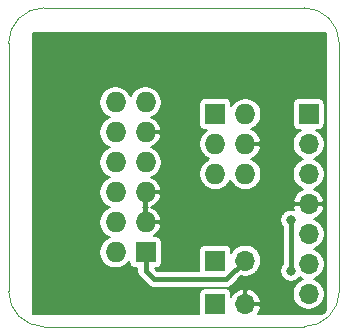
<source format=gbr>
G04 #@! TF.GenerationSoftware,KiCad,Pcbnew,5.1.5+dfsg1-2build2*
G04 #@! TF.CreationDate,2020-07-23T00:46:52+04:00*
G04 #@! TF.ProjectId,RailLink_Elsys_Adapter,5261696c-4c69-46e6-9b5f-456c7379735f,rev?*
G04 #@! TF.SameCoordinates,Original*
G04 #@! TF.FileFunction,Copper,L2,Bot*
G04 #@! TF.FilePolarity,Positive*
%FSLAX46Y46*%
G04 Gerber Fmt 4.6, Leading zero omitted, Abs format (unit mm)*
G04 Created by KiCad (PCBNEW 5.1.5+dfsg1-2build2) date 2020-07-23 00:46:52*
%MOMM*%
%LPD*%
G04 APERTURE LIST*
%ADD10C,0.050000*%
%ADD11O,1.700000X1.700000*%
%ADD12R,1.700000X1.700000*%
%ADD13R,1.727200X1.727200*%
%ADD14O,1.727200X1.727200*%
%ADD15C,1.000000*%
%ADD16C,0.800000*%
%ADD17C,0.400000*%
%ADD18C,0.200000*%
G04 APERTURE END LIST*
D10*
X125000000Y-82000000D02*
G75*
G02X122000000Y-79000000I0J3000000D01*
G01*
X150000000Y-79000000D02*
G75*
G02X147000000Y-82000000I-3000000J0D01*
G01*
X147000000Y-55000000D02*
G75*
G02X150000000Y-58000000I0J-3000000D01*
G01*
X122000000Y-58000000D02*
G75*
G02X125000000Y-55000000I3000000J0D01*
G01*
X122000000Y-79000000D02*
X122000000Y-58000000D01*
X147000000Y-82000000D02*
X125000000Y-82000000D01*
X150000000Y-58000000D02*
X150000000Y-79000000D01*
X125000000Y-55000000D02*
X147000000Y-55000000D01*
D11*
X142040000Y-76400000D03*
D12*
X139500000Y-76400000D03*
D11*
X147400000Y-79240000D03*
X147400000Y-76700000D03*
X147400000Y-74160000D03*
X147400000Y-71620000D03*
X147400000Y-69080000D03*
X147400000Y-66540000D03*
D12*
X147400000Y-64000000D03*
D11*
X142040000Y-80100000D03*
D12*
X139500000Y-80100000D03*
D13*
X133600000Y-75700000D03*
D14*
X131060000Y-75700000D03*
X133600000Y-73160000D03*
X131060000Y-73160000D03*
X133600000Y-70620000D03*
X131060000Y-70620000D03*
X133600000Y-68080000D03*
X131060000Y-68080000D03*
X133600000Y-65540000D03*
X131060000Y-65540000D03*
X133600000Y-63000000D03*
X131060000Y-63000000D03*
X142040000Y-69080000D03*
X139500000Y-69080000D03*
X142040000Y-66540000D03*
X139500000Y-66540000D03*
X142040000Y-64000000D03*
D13*
X139500000Y-64000000D03*
D15*
X125000000Y-60000000D03*
X125000000Y-65000000D03*
X125000000Y-70000000D03*
X125000000Y-75000000D03*
X125000000Y-80000000D03*
X130000000Y-60000000D03*
X135000000Y-60000000D03*
X140000000Y-60000000D03*
X145000000Y-60000000D03*
X136000000Y-65600000D03*
X136000000Y-69500000D03*
X140500000Y-71000000D03*
X137500000Y-79500000D03*
X132500000Y-79500000D03*
X130500000Y-77500000D03*
X136000000Y-73000000D03*
X136000000Y-76500000D03*
X141500000Y-74500000D03*
X143500000Y-74500000D03*
X143500000Y-68000000D03*
X144000000Y-80000000D03*
X145500000Y-79500000D03*
D16*
X145900000Y-77300000D03*
X145900000Y-73000000D03*
D17*
X133600000Y-75700000D02*
X133600000Y-77300000D01*
X133600000Y-77300000D02*
X134300000Y-78000000D01*
X140440000Y-78000000D02*
X142040000Y-76400000D01*
X134300000Y-78000000D02*
X140440000Y-78000000D01*
X131060000Y-75700000D02*
X131060000Y-76160000D01*
X145900000Y-77300000D02*
X145900000Y-73000000D01*
D18*
G36*
X148900000Y-80563674D02*
G01*
X148754399Y-80742198D01*
X148563649Y-80900000D01*
X143125703Y-80900000D01*
X143135655Y-80888701D01*
X143268470Y-80659795D01*
X143354076Y-80409376D01*
X143261295Y-80200000D01*
X142140000Y-80200000D01*
X142140000Y-80220000D01*
X141940000Y-80220000D01*
X141940000Y-80200000D01*
X141920000Y-80200000D01*
X141920000Y-80000000D01*
X141940000Y-80000000D01*
X141940000Y-78879088D01*
X142140000Y-78879088D01*
X142140000Y-80000000D01*
X143261295Y-80000000D01*
X143354076Y-79790624D01*
X143268470Y-79540205D01*
X143135655Y-79311299D01*
X142960734Y-79112702D01*
X142750430Y-78952046D01*
X142512825Y-78835506D01*
X142349375Y-78785928D01*
X142140000Y-78879088D01*
X141940000Y-78879088D01*
X141730625Y-78785928D01*
X141567175Y-78835506D01*
X141329570Y-78952046D01*
X141119266Y-79112702D01*
X140944345Y-79311299D01*
X140852419Y-79469733D01*
X140852419Y-79250000D01*
X140842765Y-79151983D01*
X140814175Y-79057733D01*
X140767746Y-78970871D01*
X140705264Y-78894736D01*
X140629129Y-78832254D01*
X140542267Y-78785825D01*
X140448017Y-78757235D01*
X140350000Y-78747581D01*
X138650000Y-78747581D01*
X138551983Y-78757235D01*
X138457733Y-78785825D01*
X138370871Y-78832254D01*
X138294736Y-78894736D01*
X138232254Y-78970871D01*
X138185825Y-79057733D01*
X138157235Y-79151983D01*
X138147581Y-79250000D01*
X138147581Y-80900000D01*
X124100000Y-80900000D01*
X124100000Y-62865697D01*
X129696400Y-62865697D01*
X129696400Y-63134303D01*
X129748802Y-63397747D01*
X129851593Y-63645907D01*
X130000823Y-63869244D01*
X130190756Y-64059177D01*
X130414093Y-64208407D01*
X130562792Y-64270000D01*
X130414093Y-64331593D01*
X130190756Y-64480823D01*
X130000823Y-64670756D01*
X129851593Y-64894093D01*
X129748802Y-65142253D01*
X129696400Y-65405697D01*
X129696400Y-65674303D01*
X129748802Y-65937747D01*
X129851593Y-66185907D01*
X130000823Y-66409244D01*
X130190756Y-66599177D01*
X130414093Y-66748407D01*
X130562792Y-66810000D01*
X130414093Y-66871593D01*
X130190756Y-67020823D01*
X130000823Y-67210756D01*
X129851593Y-67434093D01*
X129748802Y-67682253D01*
X129696400Y-67945697D01*
X129696400Y-68214303D01*
X129748802Y-68477747D01*
X129851593Y-68725907D01*
X130000823Y-68949244D01*
X130190756Y-69139177D01*
X130414093Y-69288407D01*
X130562792Y-69350000D01*
X130414093Y-69411593D01*
X130190756Y-69560823D01*
X130000823Y-69750756D01*
X129851593Y-69974093D01*
X129748802Y-70222253D01*
X129696400Y-70485697D01*
X129696400Y-70754303D01*
X129748802Y-71017747D01*
X129851593Y-71265907D01*
X130000823Y-71489244D01*
X130190756Y-71679177D01*
X130414093Y-71828407D01*
X130562792Y-71890000D01*
X130414093Y-71951593D01*
X130190756Y-72100823D01*
X130000823Y-72290756D01*
X129851593Y-72514093D01*
X129748802Y-72762253D01*
X129696400Y-73025697D01*
X129696400Y-73294303D01*
X129748802Y-73557747D01*
X129851593Y-73805907D01*
X130000823Y-74029244D01*
X130190756Y-74219177D01*
X130414093Y-74368407D01*
X130562792Y-74430000D01*
X130414093Y-74491593D01*
X130190756Y-74640823D01*
X130000823Y-74830756D01*
X129851593Y-75054093D01*
X129748802Y-75302253D01*
X129696400Y-75565697D01*
X129696400Y-75834303D01*
X129748802Y-76097747D01*
X129851593Y-76345907D01*
X130000823Y-76569244D01*
X130190756Y-76759177D01*
X130414093Y-76908407D01*
X130662253Y-77011198D01*
X130925697Y-77063600D01*
X131194303Y-77063600D01*
X131457747Y-77011198D01*
X131705907Y-76908407D01*
X131929244Y-76759177D01*
X132119177Y-76569244D01*
X132233981Y-76397429D01*
X132233981Y-76563600D01*
X132243635Y-76661617D01*
X132272225Y-76755867D01*
X132318654Y-76842729D01*
X132381136Y-76918864D01*
X132457271Y-76981346D01*
X132544133Y-77027775D01*
X132638383Y-77056365D01*
X132736400Y-77066019D01*
X132900001Y-77066019D01*
X132900001Y-77265603D01*
X132896613Y-77300000D01*
X132910129Y-77437223D01*
X132950155Y-77569174D01*
X133015155Y-77690781D01*
X133080708Y-77770657D01*
X133102631Y-77797370D01*
X133129342Y-77819291D01*
X133780704Y-78470653D01*
X133802630Y-78497370D01*
X133909219Y-78584845D01*
X134030825Y-78649845D01*
X134162776Y-78689872D01*
X134265610Y-78700000D01*
X134265612Y-78700000D01*
X134299999Y-78703387D01*
X134334386Y-78700000D01*
X140405613Y-78700000D01*
X140440000Y-78703387D01*
X140474387Y-78700000D01*
X140474390Y-78700000D01*
X140577224Y-78689872D01*
X140709175Y-78649845D01*
X140830781Y-78584845D01*
X140937370Y-78497370D01*
X140959296Y-78470653D01*
X141717626Y-77712324D01*
X141907037Y-77750000D01*
X142172963Y-77750000D01*
X142433780Y-77698120D01*
X142679465Y-77596354D01*
X142900575Y-77448613D01*
X143088613Y-77260575D01*
X143236354Y-77039465D01*
X143338120Y-76793780D01*
X143390000Y-76532963D01*
X143390000Y-76267037D01*
X143338120Y-76006220D01*
X143236354Y-75760535D01*
X143088613Y-75539425D01*
X142900575Y-75351387D01*
X142679465Y-75203646D01*
X142433780Y-75101880D01*
X142172963Y-75050000D01*
X141907037Y-75050000D01*
X141646220Y-75101880D01*
X141400535Y-75203646D01*
X141179425Y-75351387D01*
X140991387Y-75539425D01*
X140852419Y-75747405D01*
X140852419Y-75550000D01*
X140842765Y-75451983D01*
X140814175Y-75357733D01*
X140767746Y-75270871D01*
X140705264Y-75194736D01*
X140629129Y-75132254D01*
X140542267Y-75085825D01*
X140448017Y-75057235D01*
X140350000Y-75047581D01*
X138650000Y-75047581D01*
X138551983Y-75057235D01*
X138457733Y-75085825D01*
X138370871Y-75132254D01*
X138294736Y-75194736D01*
X138232254Y-75270871D01*
X138185825Y-75357733D01*
X138157235Y-75451983D01*
X138147581Y-75550000D01*
X138147581Y-77250000D01*
X138152506Y-77300000D01*
X134589949Y-77300000D01*
X134355968Y-77066019D01*
X134463600Y-77066019D01*
X134561617Y-77056365D01*
X134655867Y-77027775D01*
X134742729Y-76981346D01*
X134818864Y-76918864D01*
X134881346Y-76842729D01*
X134927775Y-76755867D01*
X134956365Y-76661617D01*
X134966019Y-76563600D01*
X134966019Y-74836400D01*
X134956365Y-74738383D01*
X134927775Y-74644133D01*
X134881346Y-74557271D01*
X134818864Y-74481136D01*
X134742729Y-74418654D01*
X134655867Y-74372225D01*
X134561617Y-74343635D01*
X134463600Y-74333981D01*
X134280677Y-74333981D01*
X134395827Y-74267283D01*
X134596556Y-74090749D01*
X134758988Y-73878446D01*
X134876880Y-73638534D01*
X134927542Y-73471508D01*
X134834557Y-73260000D01*
X133700000Y-73260000D01*
X133700000Y-73280000D01*
X133500000Y-73280000D01*
X133500000Y-73260000D01*
X133480000Y-73260000D01*
X133480000Y-73060000D01*
X133500000Y-73060000D01*
X133500000Y-71925068D01*
X133419913Y-71890000D01*
X133500000Y-71854932D01*
X133500000Y-70720000D01*
X133700000Y-70720000D01*
X133700000Y-71854932D01*
X133780087Y-71890000D01*
X133700000Y-71925068D01*
X133700000Y-73060000D01*
X134834557Y-73060000D01*
X134899904Y-72911358D01*
X145000000Y-72911358D01*
X145000000Y-73088642D01*
X145034586Y-73262520D01*
X145102430Y-73426310D01*
X145200001Y-73572335D01*
X145200000Y-76727666D01*
X145102430Y-76873690D01*
X145034586Y-77037480D01*
X145000000Y-77211358D01*
X145000000Y-77388642D01*
X145034586Y-77562520D01*
X145102430Y-77726310D01*
X145200924Y-77873717D01*
X145326283Y-77999076D01*
X145473690Y-78097570D01*
X145637480Y-78165414D01*
X145811358Y-78200000D01*
X145988642Y-78200000D01*
X146162520Y-78165414D01*
X146326310Y-78097570D01*
X146473717Y-77999076D01*
X146599076Y-77873717D01*
X146638455Y-77814783D01*
X146760535Y-77896354D01*
X146938332Y-77970000D01*
X146760535Y-78043646D01*
X146539425Y-78191387D01*
X146351387Y-78379425D01*
X146203646Y-78600535D01*
X146101880Y-78846220D01*
X146050000Y-79107037D01*
X146050000Y-79372963D01*
X146101880Y-79633780D01*
X146203646Y-79879465D01*
X146351387Y-80100575D01*
X146539425Y-80288613D01*
X146760535Y-80436354D01*
X147006220Y-80538120D01*
X147267037Y-80590000D01*
X147532963Y-80590000D01*
X147793780Y-80538120D01*
X148039465Y-80436354D01*
X148260575Y-80288613D01*
X148448613Y-80100575D01*
X148596354Y-79879465D01*
X148698120Y-79633780D01*
X148750000Y-79372963D01*
X148750000Y-79107037D01*
X148698120Y-78846220D01*
X148596354Y-78600535D01*
X148448613Y-78379425D01*
X148260575Y-78191387D01*
X148039465Y-78043646D01*
X147861668Y-77970000D01*
X148039465Y-77896354D01*
X148260575Y-77748613D01*
X148448613Y-77560575D01*
X148596354Y-77339465D01*
X148698120Y-77093780D01*
X148750000Y-76832963D01*
X148750000Y-76567037D01*
X148698120Y-76306220D01*
X148596354Y-76060535D01*
X148448613Y-75839425D01*
X148260575Y-75651387D01*
X148039465Y-75503646D01*
X147861668Y-75430000D01*
X148039465Y-75356354D01*
X148260575Y-75208613D01*
X148448613Y-75020575D01*
X148596354Y-74799465D01*
X148698120Y-74553780D01*
X148750000Y-74292963D01*
X148750000Y-74027037D01*
X148698120Y-73766220D01*
X148596354Y-73520535D01*
X148448613Y-73299425D01*
X148260575Y-73111387D01*
X148039465Y-72963646D01*
X147851106Y-72885625D01*
X147959795Y-72848470D01*
X148188701Y-72715655D01*
X148387298Y-72540734D01*
X148547954Y-72330430D01*
X148664494Y-72092825D01*
X148714072Y-71929375D01*
X148620912Y-71720000D01*
X147500000Y-71720000D01*
X147500000Y-71740000D01*
X147300000Y-71740000D01*
X147300000Y-71720000D01*
X146179088Y-71720000D01*
X146085928Y-71929375D01*
X146135506Y-72092825D01*
X146155283Y-72133146D01*
X145988642Y-72100000D01*
X145811358Y-72100000D01*
X145637480Y-72134586D01*
X145473690Y-72202430D01*
X145326283Y-72300924D01*
X145200924Y-72426283D01*
X145102430Y-72573690D01*
X145034586Y-72737480D01*
X145000000Y-72911358D01*
X134899904Y-72911358D01*
X134927542Y-72848492D01*
X134876880Y-72681466D01*
X134758988Y-72441554D01*
X134596556Y-72229251D01*
X134395827Y-72052717D01*
X134164515Y-71918735D01*
X134080254Y-71890000D01*
X134164515Y-71861265D01*
X134395827Y-71727283D01*
X134596556Y-71550749D01*
X134758988Y-71338446D01*
X134876880Y-71098534D01*
X134927542Y-70931508D01*
X134834557Y-70720000D01*
X133700000Y-70720000D01*
X133500000Y-70720000D01*
X133480000Y-70720000D01*
X133480000Y-70520000D01*
X133500000Y-70520000D01*
X133500000Y-70500000D01*
X133700000Y-70500000D01*
X133700000Y-70520000D01*
X134834557Y-70520000D01*
X134927542Y-70308492D01*
X134876880Y-70141466D01*
X134758988Y-69901554D01*
X134596556Y-69689251D01*
X134395827Y-69512717D01*
X134164515Y-69378735D01*
X134089552Y-69353171D01*
X134245907Y-69288407D01*
X134469244Y-69139177D01*
X134659177Y-68949244D01*
X134808407Y-68725907D01*
X134911198Y-68477747D01*
X134963600Y-68214303D01*
X134963600Y-67945697D01*
X134911198Y-67682253D01*
X134808407Y-67434093D01*
X134659177Y-67210756D01*
X134469244Y-67020823D01*
X134245907Y-66871593D01*
X134089552Y-66806829D01*
X134164515Y-66781265D01*
X134395827Y-66647283D01*
X134596556Y-66470749D01*
X134758988Y-66258446D01*
X134876880Y-66018534D01*
X134927542Y-65851508D01*
X134834557Y-65640000D01*
X133700000Y-65640000D01*
X133700000Y-65660000D01*
X133500000Y-65660000D01*
X133500000Y-65640000D01*
X133480000Y-65640000D01*
X133480000Y-65440000D01*
X133500000Y-65440000D01*
X133500000Y-65420000D01*
X133700000Y-65420000D01*
X133700000Y-65440000D01*
X134834557Y-65440000D01*
X134927542Y-65228492D01*
X134876880Y-65061466D01*
X134758988Y-64821554D01*
X134596556Y-64609251D01*
X134395827Y-64432717D01*
X134164515Y-64298735D01*
X134089552Y-64273171D01*
X134245907Y-64208407D01*
X134469244Y-64059177D01*
X134659177Y-63869244D01*
X134808407Y-63645907D01*
X134911198Y-63397747D01*
X134963182Y-63136400D01*
X138133981Y-63136400D01*
X138133981Y-64863600D01*
X138143635Y-64961617D01*
X138172225Y-65055867D01*
X138218654Y-65142729D01*
X138281136Y-65218864D01*
X138357271Y-65281346D01*
X138444133Y-65327775D01*
X138538383Y-65356365D01*
X138636400Y-65366019D01*
X138802571Y-65366019D01*
X138630756Y-65480823D01*
X138440823Y-65670756D01*
X138291593Y-65894093D01*
X138188802Y-66142253D01*
X138136400Y-66405697D01*
X138136400Y-66674303D01*
X138188802Y-66937747D01*
X138291593Y-67185907D01*
X138440823Y-67409244D01*
X138630756Y-67599177D01*
X138854093Y-67748407D01*
X139002792Y-67810000D01*
X138854093Y-67871593D01*
X138630756Y-68020823D01*
X138440823Y-68210756D01*
X138291593Y-68434093D01*
X138188802Y-68682253D01*
X138136400Y-68945697D01*
X138136400Y-69214303D01*
X138188802Y-69477747D01*
X138291593Y-69725907D01*
X138440823Y-69949244D01*
X138630756Y-70139177D01*
X138854093Y-70288407D01*
X139102253Y-70391198D01*
X139365697Y-70443600D01*
X139634303Y-70443600D01*
X139897747Y-70391198D01*
X140145907Y-70288407D01*
X140369244Y-70139177D01*
X140559177Y-69949244D01*
X140708407Y-69725907D01*
X140770000Y-69577208D01*
X140831593Y-69725907D01*
X140980823Y-69949244D01*
X141170756Y-70139177D01*
X141394093Y-70288407D01*
X141642253Y-70391198D01*
X141905697Y-70443600D01*
X142174303Y-70443600D01*
X142437747Y-70391198D01*
X142685907Y-70288407D01*
X142909244Y-70139177D01*
X143099177Y-69949244D01*
X143248407Y-69725907D01*
X143351198Y-69477747D01*
X143403600Y-69214303D01*
X143403600Y-68945697D01*
X143351198Y-68682253D01*
X143248407Y-68434093D01*
X143099177Y-68210756D01*
X142909244Y-68020823D01*
X142685907Y-67871593D01*
X142529552Y-67806829D01*
X142604515Y-67781265D01*
X142835827Y-67647283D01*
X143036556Y-67470749D01*
X143198988Y-67258446D01*
X143316880Y-67018534D01*
X143367542Y-66851508D01*
X143274557Y-66640000D01*
X142140000Y-66640000D01*
X142140000Y-66660000D01*
X141940000Y-66660000D01*
X141940000Y-66640000D01*
X141920000Y-66640000D01*
X141920000Y-66440000D01*
X141940000Y-66440000D01*
X141940000Y-66420000D01*
X142140000Y-66420000D01*
X142140000Y-66440000D01*
X143274557Y-66440000D01*
X143367542Y-66228492D01*
X143316880Y-66061466D01*
X143198988Y-65821554D01*
X143036556Y-65609251D01*
X142835827Y-65432717D01*
X142604515Y-65298735D01*
X142529552Y-65273171D01*
X142685907Y-65208407D01*
X142909244Y-65059177D01*
X143099177Y-64869244D01*
X143248407Y-64645907D01*
X143351198Y-64397747D01*
X143403600Y-64134303D01*
X143403600Y-63865697D01*
X143351198Y-63602253D01*
X143248407Y-63354093D01*
X143112036Y-63150000D01*
X146047581Y-63150000D01*
X146047581Y-64850000D01*
X146057235Y-64948017D01*
X146085825Y-65042267D01*
X146132254Y-65129129D01*
X146194736Y-65205264D01*
X146270871Y-65267746D01*
X146357733Y-65314175D01*
X146451983Y-65342765D01*
X146550000Y-65352419D01*
X146747405Y-65352419D01*
X146539425Y-65491387D01*
X146351387Y-65679425D01*
X146203646Y-65900535D01*
X146101880Y-66146220D01*
X146050000Y-66407037D01*
X146050000Y-66672963D01*
X146101880Y-66933780D01*
X146203646Y-67179465D01*
X146351387Y-67400575D01*
X146539425Y-67588613D01*
X146760535Y-67736354D01*
X146938332Y-67810000D01*
X146760535Y-67883646D01*
X146539425Y-68031387D01*
X146351387Y-68219425D01*
X146203646Y-68440535D01*
X146101880Y-68686220D01*
X146050000Y-68947037D01*
X146050000Y-69212963D01*
X146101880Y-69473780D01*
X146203646Y-69719465D01*
X146351387Y-69940575D01*
X146539425Y-70128613D01*
X146760535Y-70276354D01*
X146948894Y-70354375D01*
X146840205Y-70391530D01*
X146611299Y-70524345D01*
X146412702Y-70699266D01*
X146252046Y-70909570D01*
X146135506Y-71147175D01*
X146085928Y-71310625D01*
X146179088Y-71520000D01*
X147300000Y-71520000D01*
X147300000Y-71500000D01*
X147500000Y-71500000D01*
X147500000Y-71520000D01*
X148620912Y-71520000D01*
X148714072Y-71310625D01*
X148664494Y-71147175D01*
X148547954Y-70909570D01*
X148387298Y-70699266D01*
X148188701Y-70524345D01*
X147959795Y-70391530D01*
X147851106Y-70354375D01*
X148039465Y-70276354D01*
X148260575Y-70128613D01*
X148448613Y-69940575D01*
X148596354Y-69719465D01*
X148698120Y-69473780D01*
X148750000Y-69212963D01*
X148750000Y-68947037D01*
X148698120Y-68686220D01*
X148596354Y-68440535D01*
X148448613Y-68219425D01*
X148260575Y-68031387D01*
X148039465Y-67883646D01*
X147861668Y-67810000D01*
X148039465Y-67736354D01*
X148260575Y-67588613D01*
X148448613Y-67400575D01*
X148596354Y-67179465D01*
X148698120Y-66933780D01*
X148750000Y-66672963D01*
X148750000Y-66407037D01*
X148698120Y-66146220D01*
X148596354Y-65900535D01*
X148448613Y-65679425D01*
X148260575Y-65491387D01*
X148052595Y-65352419D01*
X148250000Y-65352419D01*
X148348017Y-65342765D01*
X148442267Y-65314175D01*
X148529129Y-65267746D01*
X148605264Y-65205264D01*
X148667746Y-65129129D01*
X148714175Y-65042267D01*
X148742765Y-64948017D01*
X148752419Y-64850000D01*
X148752419Y-63150000D01*
X148742765Y-63051983D01*
X148714175Y-62957733D01*
X148667746Y-62870871D01*
X148605264Y-62794736D01*
X148529129Y-62732254D01*
X148442267Y-62685825D01*
X148348017Y-62657235D01*
X148250000Y-62647581D01*
X146550000Y-62647581D01*
X146451983Y-62657235D01*
X146357733Y-62685825D01*
X146270871Y-62732254D01*
X146194736Y-62794736D01*
X146132254Y-62870871D01*
X146085825Y-62957733D01*
X146057235Y-63051983D01*
X146047581Y-63150000D01*
X143112036Y-63150000D01*
X143099177Y-63130756D01*
X142909244Y-62940823D01*
X142685907Y-62791593D01*
X142437747Y-62688802D01*
X142174303Y-62636400D01*
X141905697Y-62636400D01*
X141642253Y-62688802D01*
X141394093Y-62791593D01*
X141170756Y-62940823D01*
X140980823Y-63130756D01*
X140866019Y-63302571D01*
X140866019Y-63136400D01*
X140856365Y-63038383D01*
X140827775Y-62944133D01*
X140781346Y-62857271D01*
X140718864Y-62781136D01*
X140642729Y-62718654D01*
X140555867Y-62672225D01*
X140461617Y-62643635D01*
X140363600Y-62633981D01*
X138636400Y-62633981D01*
X138538383Y-62643635D01*
X138444133Y-62672225D01*
X138357271Y-62718654D01*
X138281136Y-62781136D01*
X138218654Y-62857271D01*
X138172225Y-62944133D01*
X138143635Y-63038383D01*
X138133981Y-63136400D01*
X134963182Y-63136400D01*
X134963600Y-63134303D01*
X134963600Y-62865697D01*
X134911198Y-62602253D01*
X134808407Y-62354093D01*
X134659177Y-62130756D01*
X134469244Y-61940823D01*
X134245907Y-61791593D01*
X133997747Y-61688802D01*
X133734303Y-61636400D01*
X133465697Y-61636400D01*
X133202253Y-61688802D01*
X132954093Y-61791593D01*
X132730756Y-61940823D01*
X132540823Y-62130756D01*
X132391593Y-62354093D01*
X132330000Y-62502792D01*
X132268407Y-62354093D01*
X132119177Y-62130756D01*
X131929244Y-61940823D01*
X131705907Y-61791593D01*
X131457747Y-61688802D01*
X131194303Y-61636400D01*
X130925697Y-61636400D01*
X130662253Y-61688802D01*
X130414093Y-61791593D01*
X130190756Y-61940823D01*
X130000823Y-62130756D01*
X129851593Y-62354093D01*
X129748802Y-62602253D01*
X129696400Y-62865697D01*
X124100000Y-62865697D01*
X124100000Y-57100000D01*
X148900000Y-57100000D01*
X148900000Y-80563674D01*
G37*
X148900000Y-80563674D02*
X148754399Y-80742198D01*
X148563649Y-80900000D01*
X143125703Y-80900000D01*
X143135655Y-80888701D01*
X143268470Y-80659795D01*
X143354076Y-80409376D01*
X143261295Y-80200000D01*
X142140000Y-80200000D01*
X142140000Y-80220000D01*
X141940000Y-80220000D01*
X141940000Y-80200000D01*
X141920000Y-80200000D01*
X141920000Y-80000000D01*
X141940000Y-80000000D01*
X141940000Y-78879088D01*
X142140000Y-78879088D01*
X142140000Y-80000000D01*
X143261295Y-80000000D01*
X143354076Y-79790624D01*
X143268470Y-79540205D01*
X143135655Y-79311299D01*
X142960734Y-79112702D01*
X142750430Y-78952046D01*
X142512825Y-78835506D01*
X142349375Y-78785928D01*
X142140000Y-78879088D01*
X141940000Y-78879088D01*
X141730625Y-78785928D01*
X141567175Y-78835506D01*
X141329570Y-78952046D01*
X141119266Y-79112702D01*
X140944345Y-79311299D01*
X140852419Y-79469733D01*
X140852419Y-79250000D01*
X140842765Y-79151983D01*
X140814175Y-79057733D01*
X140767746Y-78970871D01*
X140705264Y-78894736D01*
X140629129Y-78832254D01*
X140542267Y-78785825D01*
X140448017Y-78757235D01*
X140350000Y-78747581D01*
X138650000Y-78747581D01*
X138551983Y-78757235D01*
X138457733Y-78785825D01*
X138370871Y-78832254D01*
X138294736Y-78894736D01*
X138232254Y-78970871D01*
X138185825Y-79057733D01*
X138157235Y-79151983D01*
X138147581Y-79250000D01*
X138147581Y-80900000D01*
X124100000Y-80900000D01*
X124100000Y-62865697D01*
X129696400Y-62865697D01*
X129696400Y-63134303D01*
X129748802Y-63397747D01*
X129851593Y-63645907D01*
X130000823Y-63869244D01*
X130190756Y-64059177D01*
X130414093Y-64208407D01*
X130562792Y-64270000D01*
X130414093Y-64331593D01*
X130190756Y-64480823D01*
X130000823Y-64670756D01*
X129851593Y-64894093D01*
X129748802Y-65142253D01*
X129696400Y-65405697D01*
X129696400Y-65674303D01*
X129748802Y-65937747D01*
X129851593Y-66185907D01*
X130000823Y-66409244D01*
X130190756Y-66599177D01*
X130414093Y-66748407D01*
X130562792Y-66810000D01*
X130414093Y-66871593D01*
X130190756Y-67020823D01*
X130000823Y-67210756D01*
X129851593Y-67434093D01*
X129748802Y-67682253D01*
X129696400Y-67945697D01*
X129696400Y-68214303D01*
X129748802Y-68477747D01*
X129851593Y-68725907D01*
X130000823Y-68949244D01*
X130190756Y-69139177D01*
X130414093Y-69288407D01*
X130562792Y-69350000D01*
X130414093Y-69411593D01*
X130190756Y-69560823D01*
X130000823Y-69750756D01*
X129851593Y-69974093D01*
X129748802Y-70222253D01*
X129696400Y-70485697D01*
X129696400Y-70754303D01*
X129748802Y-71017747D01*
X129851593Y-71265907D01*
X130000823Y-71489244D01*
X130190756Y-71679177D01*
X130414093Y-71828407D01*
X130562792Y-71890000D01*
X130414093Y-71951593D01*
X130190756Y-72100823D01*
X130000823Y-72290756D01*
X129851593Y-72514093D01*
X129748802Y-72762253D01*
X129696400Y-73025697D01*
X129696400Y-73294303D01*
X129748802Y-73557747D01*
X129851593Y-73805907D01*
X130000823Y-74029244D01*
X130190756Y-74219177D01*
X130414093Y-74368407D01*
X130562792Y-74430000D01*
X130414093Y-74491593D01*
X130190756Y-74640823D01*
X130000823Y-74830756D01*
X129851593Y-75054093D01*
X129748802Y-75302253D01*
X129696400Y-75565697D01*
X129696400Y-75834303D01*
X129748802Y-76097747D01*
X129851593Y-76345907D01*
X130000823Y-76569244D01*
X130190756Y-76759177D01*
X130414093Y-76908407D01*
X130662253Y-77011198D01*
X130925697Y-77063600D01*
X131194303Y-77063600D01*
X131457747Y-77011198D01*
X131705907Y-76908407D01*
X131929244Y-76759177D01*
X132119177Y-76569244D01*
X132233981Y-76397429D01*
X132233981Y-76563600D01*
X132243635Y-76661617D01*
X132272225Y-76755867D01*
X132318654Y-76842729D01*
X132381136Y-76918864D01*
X132457271Y-76981346D01*
X132544133Y-77027775D01*
X132638383Y-77056365D01*
X132736400Y-77066019D01*
X132900001Y-77066019D01*
X132900001Y-77265603D01*
X132896613Y-77300000D01*
X132910129Y-77437223D01*
X132950155Y-77569174D01*
X133015155Y-77690781D01*
X133080708Y-77770657D01*
X133102631Y-77797370D01*
X133129342Y-77819291D01*
X133780704Y-78470653D01*
X133802630Y-78497370D01*
X133909219Y-78584845D01*
X134030825Y-78649845D01*
X134162776Y-78689872D01*
X134265610Y-78700000D01*
X134265612Y-78700000D01*
X134299999Y-78703387D01*
X134334386Y-78700000D01*
X140405613Y-78700000D01*
X140440000Y-78703387D01*
X140474387Y-78700000D01*
X140474390Y-78700000D01*
X140577224Y-78689872D01*
X140709175Y-78649845D01*
X140830781Y-78584845D01*
X140937370Y-78497370D01*
X140959296Y-78470653D01*
X141717626Y-77712324D01*
X141907037Y-77750000D01*
X142172963Y-77750000D01*
X142433780Y-77698120D01*
X142679465Y-77596354D01*
X142900575Y-77448613D01*
X143088613Y-77260575D01*
X143236354Y-77039465D01*
X143338120Y-76793780D01*
X143390000Y-76532963D01*
X143390000Y-76267037D01*
X143338120Y-76006220D01*
X143236354Y-75760535D01*
X143088613Y-75539425D01*
X142900575Y-75351387D01*
X142679465Y-75203646D01*
X142433780Y-75101880D01*
X142172963Y-75050000D01*
X141907037Y-75050000D01*
X141646220Y-75101880D01*
X141400535Y-75203646D01*
X141179425Y-75351387D01*
X140991387Y-75539425D01*
X140852419Y-75747405D01*
X140852419Y-75550000D01*
X140842765Y-75451983D01*
X140814175Y-75357733D01*
X140767746Y-75270871D01*
X140705264Y-75194736D01*
X140629129Y-75132254D01*
X140542267Y-75085825D01*
X140448017Y-75057235D01*
X140350000Y-75047581D01*
X138650000Y-75047581D01*
X138551983Y-75057235D01*
X138457733Y-75085825D01*
X138370871Y-75132254D01*
X138294736Y-75194736D01*
X138232254Y-75270871D01*
X138185825Y-75357733D01*
X138157235Y-75451983D01*
X138147581Y-75550000D01*
X138147581Y-77250000D01*
X138152506Y-77300000D01*
X134589949Y-77300000D01*
X134355968Y-77066019D01*
X134463600Y-77066019D01*
X134561617Y-77056365D01*
X134655867Y-77027775D01*
X134742729Y-76981346D01*
X134818864Y-76918864D01*
X134881346Y-76842729D01*
X134927775Y-76755867D01*
X134956365Y-76661617D01*
X134966019Y-76563600D01*
X134966019Y-74836400D01*
X134956365Y-74738383D01*
X134927775Y-74644133D01*
X134881346Y-74557271D01*
X134818864Y-74481136D01*
X134742729Y-74418654D01*
X134655867Y-74372225D01*
X134561617Y-74343635D01*
X134463600Y-74333981D01*
X134280677Y-74333981D01*
X134395827Y-74267283D01*
X134596556Y-74090749D01*
X134758988Y-73878446D01*
X134876880Y-73638534D01*
X134927542Y-73471508D01*
X134834557Y-73260000D01*
X133700000Y-73260000D01*
X133700000Y-73280000D01*
X133500000Y-73280000D01*
X133500000Y-73260000D01*
X133480000Y-73260000D01*
X133480000Y-73060000D01*
X133500000Y-73060000D01*
X133500000Y-71925068D01*
X133419913Y-71890000D01*
X133500000Y-71854932D01*
X133500000Y-70720000D01*
X133700000Y-70720000D01*
X133700000Y-71854932D01*
X133780087Y-71890000D01*
X133700000Y-71925068D01*
X133700000Y-73060000D01*
X134834557Y-73060000D01*
X134899904Y-72911358D01*
X145000000Y-72911358D01*
X145000000Y-73088642D01*
X145034586Y-73262520D01*
X145102430Y-73426310D01*
X145200001Y-73572335D01*
X145200000Y-76727666D01*
X145102430Y-76873690D01*
X145034586Y-77037480D01*
X145000000Y-77211358D01*
X145000000Y-77388642D01*
X145034586Y-77562520D01*
X145102430Y-77726310D01*
X145200924Y-77873717D01*
X145326283Y-77999076D01*
X145473690Y-78097570D01*
X145637480Y-78165414D01*
X145811358Y-78200000D01*
X145988642Y-78200000D01*
X146162520Y-78165414D01*
X146326310Y-78097570D01*
X146473717Y-77999076D01*
X146599076Y-77873717D01*
X146638455Y-77814783D01*
X146760535Y-77896354D01*
X146938332Y-77970000D01*
X146760535Y-78043646D01*
X146539425Y-78191387D01*
X146351387Y-78379425D01*
X146203646Y-78600535D01*
X146101880Y-78846220D01*
X146050000Y-79107037D01*
X146050000Y-79372963D01*
X146101880Y-79633780D01*
X146203646Y-79879465D01*
X146351387Y-80100575D01*
X146539425Y-80288613D01*
X146760535Y-80436354D01*
X147006220Y-80538120D01*
X147267037Y-80590000D01*
X147532963Y-80590000D01*
X147793780Y-80538120D01*
X148039465Y-80436354D01*
X148260575Y-80288613D01*
X148448613Y-80100575D01*
X148596354Y-79879465D01*
X148698120Y-79633780D01*
X148750000Y-79372963D01*
X148750000Y-79107037D01*
X148698120Y-78846220D01*
X148596354Y-78600535D01*
X148448613Y-78379425D01*
X148260575Y-78191387D01*
X148039465Y-78043646D01*
X147861668Y-77970000D01*
X148039465Y-77896354D01*
X148260575Y-77748613D01*
X148448613Y-77560575D01*
X148596354Y-77339465D01*
X148698120Y-77093780D01*
X148750000Y-76832963D01*
X148750000Y-76567037D01*
X148698120Y-76306220D01*
X148596354Y-76060535D01*
X148448613Y-75839425D01*
X148260575Y-75651387D01*
X148039465Y-75503646D01*
X147861668Y-75430000D01*
X148039465Y-75356354D01*
X148260575Y-75208613D01*
X148448613Y-75020575D01*
X148596354Y-74799465D01*
X148698120Y-74553780D01*
X148750000Y-74292963D01*
X148750000Y-74027037D01*
X148698120Y-73766220D01*
X148596354Y-73520535D01*
X148448613Y-73299425D01*
X148260575Y-73111387D01*
X148039465Y-72963646D01*
X147851106Y-72885625D01*
X147959795Y-72848470D01*
X148188701Y-72715655D01*
X148387298Y-72540734D01*
X148547954Y-72330430D01*
X148664494Y-72092825D01*
X148714072Y-71929375D01*
X148620912Y-71720000D01*
X147500000Y-71720000D01*
X147500000Y-71740000D01*
X147300000Y-71740000D01*
X147300000Y-71720000D01*
X146179088Y-71720000D01*
X146085928Y-71929375D01*
X146135506Y-72092825D01*
X146155283Y-72133146D01*
X145988642Y-72100000D01*
X145811358Y-72100000D01*
X145637480Y-72134586D01*
X145473690Y-72202430D01*
X145326283Y-72300924D01*
X145200924Y-72426283D01*
X145102430Y-72573690D01*
X145034586Y-72737480D01*
X145000000Y-72911358D01*
X134899904Y-72911358D01*
X134927542Y-72848492D01*
X134876880Y-72681466D01*
X134758988Y-72441554D01*
X134596556Y-72229251D01*
X134395827Y-72052717D01*
X134164515Y-71918735D01*
X134080254Y-71890000D01*
X134164515Y-71861265D01*
X134395827Y-71727283D01*
X134596556Y-71550749D01*
X134758988Y-71338446D01*
X134876880Y-71098534D01*
X134927542Y-70931508D01*
X134834557Y-70720000D01*
X133700000Y-70720000D01*
X133500000Y-70720000D01*
X133480000Y-70720000D01*
X133480000Y-70520000D01*
X133500000Y-70520000D01*
X133500000Y-70500000D01*
X133700000Y-70500000D01*
X133700000Y-70520000D01*
X134834557Y-70520000D01*
X134927542Y-70308492D01*
X134876880Y-70141466D01*
X134758988Y-69901554D01*
X134596556Y-69689251D01*
X134395827Y-69512717D01*
X134164515Y-69378735D01*
X134089552Y-69353171D01*
X134245907Y-69288407D01*
X134469244Y-69139177D01*
X134659177Y-68949244D01*
X134808407Y-68725907D01*
X134911198Y-68477747D01*
X134963600Y-68214303D01*
X134963600Y-67945697D01*
X134911198Y-67682253D01*
X134808407Y-67434093D01*
X134659177Y-67210756D01*
X134469244Y-67020823D01*
X134245907Y-66871593D01*
X134089552Y-66806829D01*
X134164515Y-66781265D01*
X134395827Y-66647283D01*
X134596556Y-66470749D01*
X134758988Y-66258446D01*
X134876880Y-66018534D01*
X134927542Y-65851508D01*
X134834557Y-65640000D01*
X133700000Y-65640000D01*
X133700000Y-65660000D01*
X133500000Y-65660000D01*
X133500000Y-65640000D01*
X133480000Y-65640000D01*
X133480000Y-65440000D01*
X133500000Y-65440000D01*
X133500000Y-65420000D01*
X133700000Y-65420000D01*
X133700000Y-65440000D01*
X134834557Y-65440000D01*
X134927542Y-65228492D01*
X134876880Y-65061466D01*
X134758988Y-64821554D01*
X134596556Y-64609251D01*
X134395827Y-64432717D01*
X134164515Y-64298735D01*
X134089552Y-64273171D01*
X134245907Y-64208407D01*
X134469244Y-64059177D01*
X134659177Y-63869244D01*
X134808407Y-63645907D01*
X134911198Y-63397747D01*
X134963182Y-63136400D01*
X138133981Y-63136400D01*
X138133981Y-64863600D01*
X138143635Y-64961617D01*
X138172225Y-65055867D01*
X138218654Y-65142729D01*
X138281136Y-65218864D01*
X138357271Y-65281346D01*
X138444133Y-65327775D01*
X138538383Y-65356365D01*
X138636400Y-65366019D01*
X138802571Y-65366019D01*
X138630756Y-65480823D01*
X138440823Y-65670756D01*
X138291593Y-65894093D01*
X138188802Y-66142253D01*
X138136400Y-66405697D01*
X138136400Y-66674303D01*
X138188802Y-66937747D01*
X138291593Y-67185907D01*
X138440823Y-67409244D01*
X138630756Y-67599177D01*
X138854093Y-67748407D01*
X139002792Y-67810000D01*
X138854093Y-67871593D01*
X138630756Y-68020823D01*
X138440823Y-68210756D01*
X138291593Y-68434093D01*
X138188802Y-68682253D01*
X138136400Y-68945697D01*
X138136400Y-69214303D01*
X138188802Y-69477747D01*
X138291593Y-69725907D01*
X138440823Y-69949244D01*
X138630756Y-70139177D01*
X138854093Y-70288407D01*
X139102253Y-70391198D01*
X139365697Y-70443600D01*
X139634303Y-70443600D01*
X139897747Y-70391198D01*
X140145907Y-70288407D01*
X140369244Y-70139177D01*
X140559177Y-69949244D01*
X140708407Y-69725907D01*
X140770000Y-69577208D01*
X140831593Y-69725907D01*
X140980823Y-69949244D01*
X141170756Y-70139177D01*
X141394093Y-70288407D01*
X141642253Y-70391198D01*
X141905697Y-70443600D01*
X142174303Y-70443600D01*
X142437747Y-70391198D01*
X142685907Y-70288407D01*
X142909244Y-70139177D01*
X143099177Y-69949244D01*
X143248407Y-69725907D01*
X143351198Y-69477747D01*
X143403600Y-69214303D01*
X143403600Y-68945697D01*
X143351198Y-68682253D01*
X143248407Y-68434093D01*
X143099177Y-68210756D01*
X142909244Y-68020823D01*
X142685907Y-67871593D01*
X142529552Y-67806829D01*
X142604515Y-67781265D01*
X142835827Y-67647283D01*
X143036556Y-67470749D01*
X143198988Y-67258446D01*
X143316880Y-67018534D01*
X143367542Y-66851508D01*
X143274557Y-66640000D01*
X142140000Y-66640000D01*
X142140000Y-66660000D01*
X141940000Y-66660000D01*
X141940000Y-66640000D01*
X141920000Y-66640000D01*
X141920000Y-66440000D01*
X141940000Y-66440000D01*
X141940000Y-66420000D01*
X142140000Y-66420000D01*
X142140000Y-66440000D01*
X143274557Y-66440000D01*
X143367542Y-66228492D01*
X143316880Y-66061466D01*
X143198988Y-65821554D01*
X143036556Y-65609251D01*
X142835827Y-65432717D01*
X142604515Y-65298735D01*
X142529552Y-65273171D01*
X142685907Y-65208407D01*
X142909244Y-65059177D01*
X143099177Y-64869244D01*
X143248407Y-64645907D01*
X143351198Y-64397747D01*
X143403600Y-64134303D01*
X143403600Y-63865697D01*
X143351198Y-63602253D01*
X143248407Y-63354093D01*
X143112036Y-63150000D01*
X146047581Y-63150000D01*
X146047581Y-64850000D01*
X146057235Y-64948017D01*
X146085825Y-65042267D01*
X146132254Y-65129129D01*
X146194736Y-65205264D01*
X146270871Y-65267746D01*
X146357733Y-65314175D01*
X146451983Y-65342765D01*
X146550000Y-65352419D01*
X146747405Y-65352419D01*
X146539425Y-65491387D01*
X146351387Y-65679425D01*
X146203646Y-65900535D01*
X146101880Y-66146220D01*
X146050000Y-66407037D01*
X146050000Y-66672963D01*
X146101880Y-66933780D01*
X146203646Y-67179465D01*
X146351387Y-67400575D01*
X146539425Y-67588613D01*
X146760535Y-67736354D01*
X146938332Y-67810000D01*
X146760535Y-67883646D01*
X146539425Y-68031387D01*
X146351387Y-68219425D01*
X146203646Y-68440535D01*
X146101880Y-68686220D01*
X146050000Y-68947037D01*
X146050000Y-69212963D01*
X146101880Y-69473780D01*
X146203646Y-69719465D01*
X146351387Y-69940575D01*
X146539425Y-70128613D01*
X146760535Y-70276354D01*
X146948894Y-70354375D01*
X146840205Y-70391530D01*
X146611299Y-70524345D01*
X146412702Y-70699266D01*
X146252046Y-70909570D01*
X146135506Y-71147175D01*
X146085928Y-71310625D01*
X146179088Y-71520000D01*
X147300000Y-71520000D01*
X147300000Y-71500000D01*
X147500000Y-71500000D01*
X147500000Y-71520000D01*
X148620912Y-71520000D01*
X148714072Y-71310625D01*
X148664494Y-71147175D01*
X148547954Y-70909570D01*
X148387298Y-70699266D01*
X148188701Y-70524345D01*
X147959795Y-70391530D01*
X147851106Y-70354375D01*
X148039465Y-70276354D01*
X148260575Y-70128613D01*
X148448613Y-69940575D01*
X148596354Y-69719465D01*
X148698120Y-69473780D01*
X148750000Y-69212963D01*
X148750000Y-68947037D01*
X148698120Y-68686220D01*
X148596354Y-68440535D01*
X148448613Y-68219425D01*
X148260575Y-68031387D01*
X148039465Y-67883646D01*
X147861668Y-67810000D01*
X148039465Y-67736354D01*
X148260575Y-67588613D01*
X148448613Y-67400575D01*
X148596354Y-67179465D01*
X148698120Y-66933780D01*
X148750000Y-66672963D01*
X148750000Y-66407037D01*
X148698120Y-66146220D01*
X148596354Y-65900535D01*
X148448613Y-65679425D01*
X148260575Y-65491387D01*
X148052595Y-65352419D01*
X148250000Y-65352419D01*
X148348017Y-65342765D01*
X148442267Y-65314175D01*
X148529129Y-65267746D01*
X148605264Y-65205264D01*
X148667746Y-65129129D01*
X148714175Y-65042267D01*
X148742765Y-64948017D01*
X148752419Y-64850000D01*
X148752419Y-63150000D01*
X148742765Y-63051983D01*
X148714175Y-62957733D01*
X148667746Y-62870871D01*
X148605264Y-62794736D01*
X148529129Y-62732254D01*
X148442267Y-62685825D01*
X148348017Y-62657235D01*
X148250000Y-62647581D01*
X146550000Y-62647581D01*
X146451983Y-62657235D01*
X146357733Y-62685825D01*
X146270871Y-62732254D01*
X146194736Y-62794736D01*
X146132254Y-62870871D01*
X146085825Y-62957733D01*
X146057235Y-63051983D01*
X146047581Y-63150000D01*
X143112036Y-63150000D01*
X143099177Y-63130756D01*
X142909244Y-62940823D01*
X142685907Y-62791593D01*
X142437747Y-62688802D01*
X142174303Y-62636400D01*
X141905697Y-62636400D01*
X141642253Y-62688802D01*
X141394093Y-62791593D01*
X141170756Y-62940823D01*
X140980823Y-63130756D01*
X140866019Y-63302571D01*
X140866019Y-63136400D01*
X140856365Y-63038383D01*
X140827775Y-62944133D01*
X140781346Y-62857271D01*
X140718864Y-62781136D01*
X140642729Y-62718654D01*
X140555867Y-62672225D01*
X140461617Y-62643635D01*
X140363600Y-62633981D01*
X138636400Y-62633981D01*
X138538383Y-62643635D01*
X138444133Y-62672225D01*
X138357271Y-62718654D01*
X138281136Y-62781136D01*
X138218654Y-62857271D01*
X138172225Y-62944133D01*
X138143635Y-63038383D01*
X138133981Y-63136400D01*
X134963182Y-63136400D01*
X134963600Y-63134303D01*
X134963600Y-62865697D01*
X134911198Y-62602253D01*
X134808407Y-62354093D01*
X134659177Y-62130756D01*
X134469244Y-61940823D01*
X134245907Y-61791593D01*
X133997747Y-61688802D01*
X133734303Y-61636400D01*
X133465697Y-61636400D01*
X133202253Y-61688802D01*
X132954093Y-61791593D01*
X132730756Y-61940823D01*
X132540823Y-62130756D01*
X132391593Y-62354093D01*
X132330000Y-62502792D01*
X132268407Y-62354093D01*
X132119177Y-62130756D01*
X131929244Y-61940823D01*
X131705907Y-61791593D01*
X131457747Y-61688802D01*
X131194303Y-61636400D01*
X130925697Y-61636400D01*
X130662253Y-61688802D01*
X130414093Y-61791593D01*
X130190756Y-61940823D01*
X130000823Y-62130756D01*
X129851593Y-62354093D01*
X129748802Y-62602253D01*
X129696400Y-62865697D01*
X124100000Y-62865697D01*
X124100000Y-57100000D01*
X148900000Y-57100000D01*
X148900000Y-80563674D01*
M02*

</source>
